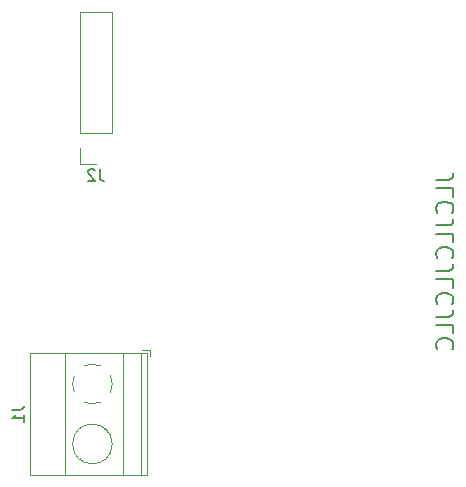
<source format=gbr>
%TF.GenerationSoftware,KiCad,Pcbnew,(6.0.4)*%
%TF.CreationDate,2022-04-26T19:16:40+02:00*%
%TF.ProjectId,FieldBoard,4669656c-6442-46f6-9172-642e6b696361,rev?*%
%TF.SameCoordinates,Original*%
%TF.FileFunction,Legend,Bot*%
%TF.FilePolarity,Positive*%
%FSLAX46Y46*%
G04 Gerber Fmt 4.6, Leading zero omitted, Abs format (unit mm)*
G04 Created by KiCad (PCBNEW (6.0.4)) date 2022-04-26 19:16:40*
%MOMM*%
%LPD*%
G01*
G04 APERTURE LIST*
%ADD10C,0.200000*%
%ADD11C,0.150000*%
%ADD12C,0.120000*%
G04 APERTURE END LIST*
D10*
X155078571Y-83571428D02*
X156150000Y-83571428D01*
X156364285Y-83500000D01*
X156507142Y-83357142D01*
X156578571Y-83142857D01*
X156578571Y-83000000D01*
X156578571Y-85000000D02*
X156578571Y-84285714D01*
X155078571Y-84285714D01*
X156435714Y-86357142D02*
X156507142Y-86285714D01*
X156578571Y-86071428D01*
X156578571Y-85928571D01*
X156507142Y-85714285D01*
X156364285Y-85571428D01*
X156221428Y-85500000D01*
X155935714Y-85428571D01*
X155721428Y-85428571D01*
X155435714Y-85500000D01*
X155292857Y-85571428D01*
X155150000Y-85714285D01*
X155078571Y-85928571D01*
X155078571Y-86071428D01*
X155150000Y-86285714D01*
X155221428Y-86357142D01*
X155078571Y-87428571D02*
X156150000Y-87428571D01*
X156364285Y-87357142D01*
X156507142Y-87214285D01*
X156578571Y-87000000D01*
X156578571Y-86857142D01*
X156578571Y-88857142D02*
X156578571Y-88142857D01*
X155078571Y-88142857D01*
X156435714Y-90214285D02*
X156507142Y-90142857D01*
X156578571Y-89928571D01*
X156578571Y-89785714D01*
X156507142Y-89571428D01*
X156364285Y-89428571D01*
X156221428Y-89357142D01*
X155935714Y-89285714D01*
X155721428Y-89285714D01*
X155435714Y-89357142D01*
X155292857Y-89428571D01*
X155150000Y-89571428D01*
X155078571Y-89785714D01*
X155078571Y-89928571D01*
X155150000Y-90142857D01*
X155221428Y-90214285D01*
X155078571Y-91285714D02*
X156150000Y-91285714D01*
X156364285Y-91214285D01*
X156507142Y-91071428D01*
X156578571Y-90857142D01*
X156578571Y-90714285D01*
X156578571Y-92714285D02*
X156578571Y-92000000D01*
X155078571Y-92000000D01*
X156435714Y-94071428D02*
X156507142Y-94000000D01*
X156578571Y-93785714D01*
X156578571Y-93642857D01*
X156507142Y-93428571D01*
X156364285Y-93285714D01*
X156221428Y-93214285D01*
X155935714Y-93142857D01*
X155721428Y-93142857D01*
X155435714Y-93214285D01*
X155292857Y-93285714D01*
X155150000Y-93428571D01*
X155078571Y-93642857D01*
X155078571Y-93785714D01*
X155150000Y-94000000D01*
X155221428Y-94071428D01*
X155078571Y-95142857D02*
X156150000Y-95142857D01*
X156364285Y-95071428D01*
X156507142Y-94928571D01*
X156578571Y-94714285D01*
X156578571Y-94571428D01*
X156578571Y-96571428D02*
X156578571Y-95857142D01*
X155078571Y-95857142D01*
X156435714Y-97928571D02*
X156507142Y-97857142D01*
X156578571Y-97642857D01*
X156578571Y-97500000D01*
X156507142Y-97285714D01*
X156364285Y-97142857D01*
X156221428Y-97071428D01*
X155935714Y-97000000D01*
X155721428Y-97000000D01*
X155435714Y-97071428D01*
X155292857Y-97142857D01*
X155150000Y-97285714D01*
X155078571Y-97500000D01*
X155078571Y-97642857D01*
X155150000Y-97857142D01*
X155221428Y-97928571D01*
D11*
%TO.C,J1*%
X119197380Y-103061666D02*
X119911666Y-103061666D01*
X120054523Y-103014047D01*
X120149761Y-102918809D01*
X120197380Y-102775952D01*
X120197380Y-102680714D01*
X120197380Y-104061666D02*
X120197380Y-103490238D01*
X120197380Y-103775952D02*
X119197380Y-103775952D01*
X119340238Y-103680714D01*
X119435476Y-103585476D01*
X119483095Y-103490238D01*
%TO.C,J2*%
X126633333Y-82657380D02*
X126633333Y-83371666D01*
X126680952Y-83514523D01*
X126776190Y-83609761D01*
X126919047Y-83657380D01*
X127014285Y-83657380D01*
X126204761Y-82752619D02*
X126157142Y-82705000D01*
X126061904Y-82657380D01*
X125823809Y-82657380D01*
X125728571Y-82705000D01*
X125680952Y-82752619D01*
X125633333Y-82847857D01*
X125633333Y-82943095D01*
X125680952Y-83085952D01*
X126252380Y-83657380D01*
X125633333Y-83657380D01*
D12*
%TO.C,J1*%
X124730000Y-107005000D02*
X124766000Y-106970000D01*
X128605000Y-98255000D02*
X128605000Y-108535000D01*
X120744000Y-108535000D02*
X130665000Y-108535000D01*
X130665000Y-98255000D02*
X130665000Y-108535000D01*
X123704000Y-98255000D02*
X123704000Y-108535000D01*
X130905000Y-98015000D02*
X130905000Y-98515000D01*
X127244000Y-104901000D02*
X127279000Y-104866000D01*
X124936000Y-107210000D02*
X124982000Y-107163000D01*
X130105000Y-98255000D02*
X130105000Y-108535000D01*
X130165000Y-98015000D02*
X130905000Y-98015000D01*
X127028000Y-104708000D02*
X127074000Y-104661000D01*
X120744000Y-98255000D02*
X130665000Y-98255000D01*
X120744000Y-98255000D02*
X120744000Y-108535000D01*
X127685253Y-100883805D02*
G75*
G03*
X127540000Y-100171000I-1680254J28806D01*
G01*
X127539756Y-101538318D02*
G75*
G03*
X127685000Y-100855000I-1534756J683318D01*
G01*
X124469573Y-100171958D02*
G75*
G03*
X124470000Y-101539000I1535420J-683041D01*
G01*
X126688042Y-99319573D02*
G75*
G03*
X125321000Y-99320000I-683041J-1535420D01*
G01*
X125321958Y-102390426D02*
G75*
G03*
X126689000Y-102390000I683042J1535426D01*
G01*
X127685000Y-105935000D02*
G75*
G03*
X127685000Y-105935000I-1680000J0D01*
G01*
%TO.C,J2*%
X127630000Y-79605000D02*
X127630000Y-69385000D01*
X124970000Y-82205000D02*
X126300000Y-82205000D01*
X124970000Y-79605000D02*
X124970000Y-69385000D01*
X124970000Y-69385000D02*
X127630000Y-69385000D01*
X124970000Y-79605000D02*
X127630000Y-79605000D01*
X124970000Y-80875000D02*
X124970000Y-82205000D01*
%TD*%
M02*

</source>
